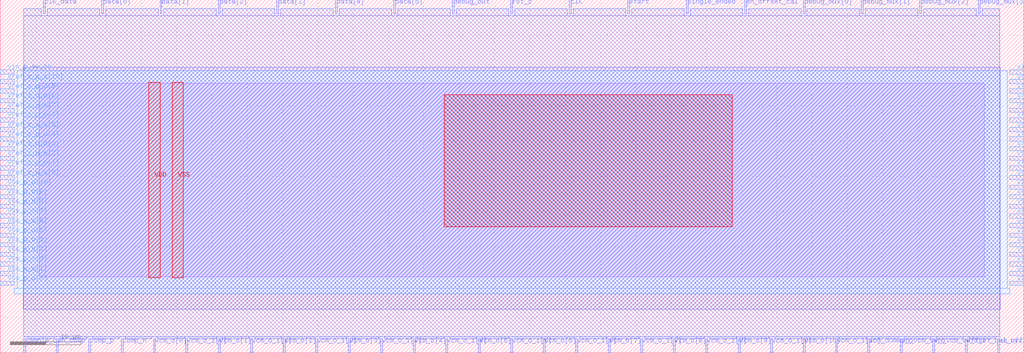
<source format=lef>
VERSION 5.7 ;
  NOWIREEXTENSIONATPIN ON ;
  DIVIDERCHAR "/" ;
  BUSBITCHARS "[]" ;
MACRO state_machine
  CLASS BLOCK ;
  FOREIGN state_machine ;
  ORIGIN 0.000 0.000 ;
  SIZE 145.000 BY 50.000 ;
  PIN VDD
    DIRECTION INOUT ;
    USE POWER ;
    PORT
      LAYER met4 ;
        RECT 21.040 10.640 22.640 38.320 ;
    END
  END VDD
  PIN VSS
    DIRECTION INOUT ;
    USE GROUND ;
    PORT
      LAYER met4 ;
        RECT 24.340 10.640 25.940 38.320 ;
    END
  END VSS
  PIN clk
    DIRECTION INPUT ;
    USE SIGNAL ;
    ANTENNAGATEAREA 0.196500 ;
    PORT
      LAYER met2 ;
        RECT 80.590 48.000 80.870 50.000 ;
    END
  END clk
  PIN clk_data
    DIRECTION OUTPUT ;
    USE SIGNAL ;
    ANTENNADIFFAREA 0.795200 ;
    PORT
      LAYER met2 ;
        RECT 6.070 48.000 6.350 50.000 ;
    END
  END clk_data
  PIN comp_n
    DIRECTION INPUT ;
    USE SIGNAL ;
    ANTENNAGATEAREA 0.196500 ;
    PORT
      LAYER met2 ;
        RECT 17.110 0.000 17.390 2.000 ;
    END
  END comp_n
  PIN comp_p
    DIRECTION INPUT ;
    USE SIGNAL ;
    ANTENNAGATEAREA 0.213000 ;
    PORT
      LAYER met2 ;
        RECT 12.510 0.000 12.790 2.000 ;
    END
  END comp_p
  PIN data[0]
    DIRECTION OUTPUT ;
    USE SIGNAL ;
    ANTENNADIFFAREA 0.795200 ;
    PORT
      LAYER met2 ;
        RECT 14.350 48.000 14.630 50.000 ;
    END
  END data[0]
  PIN data[1]
    DIRECTION OUTPUT ;
    USE SIGNAL ;
    ANTENNADIFFAREA 0.795200 ;
    PORT
      LAYER met2 ;
        RECT 22.630 48.000 22.910 50.000 ;
    END
  END data[1]
  PIN data[2]
    DIRECTION OUTPUT ;
    USE SIGNAL ;
    ANTENNADIFFAREA 0.795200 ;
    PORT
      LAYER met2 ;
        RECT 30.910 48.000 31.190 50.000 ;
    END
  END data[2]
  PIN data[3]
    DIRECTION OUTPUT ;
    USE SIGNAL ;
    ANTENNADIFFAREA 0.795200 ;
    PORT
      LAYER met2 ;
        RECT 39.190 48.000 39.470 50.000 ;
    END
  END data[3]
  PIN data[4]
    DIRECTION OUTPUT ;
    USE SIGNAL ;
    ANTENNADIFFAREA 0.795200 ;
    PORT
      LAYER met2 ;
        RECT 47.470 48.000 47.750 50.000 ;
    END
  END data[4]
  PIN data[5]
    DIRECTION OUTPUT ;
    USE SIGNAL ;
    ANTENNADIFFAREA 0.795200 ;
    PORT
      LAYER met2 ;
        RECT 55.750 48.000 56.030 50.000 ;
    END
  END data[5]
  PIN debug_mux[0]
    DIRECTION INPUT ;
    USE SIGNAL ;
    ANTENNAGATEAREA 0.213000 ;
    PORT
      LAYER met2 ;
        RECT 113.710 48.000 113.990 50.000 ;
    END
  END debug_mux[0]
  PIN debug_mux[1]
    DIRECTION INPUT ;
    USE SIGNAL ;
    ANTENNAGATEAREA 0.213000 ;
    PORT
      LAYER met2 ;
        RECT 121.990 48.000 122.270 50.000 ;
    END
  END debug_mux[1]
  PIN debug_mux[2]
    DIRECTION INPUT ;
    USE SIGNAL ;
    ANTENNAGATEAREA 0.196500 ;
    PORT
      LAYER met2 ;
        RECT 130.270 48.000 130.550 50.000 ;
    END
  END debug_mux[2]
  PIN debug_mux[3]
    DIRECTION INPUT ;
    USE SIGNAL ;
    ANTENNAGATEAREA 0.196500 ;
    PORT
      LAYER met2 ;
        RECT 138.550 48.000 138.830 50.000 ;
    END
  END debug_mux[3]
  PIN debug_out
    DIRECTION OUTPUT ;
    USE SIGNAL ;
    ANTENNADIFFAREA 0.795200 ;
    PORT
      LAYER met2 ;
        RECT 64.030 48.000 64.310 50.000 ;
    END
  END debug_out
  PIN en_comp
    DIRECTION OUTPUT ;
    USE SIGNAL ;
    ANTENNADIFFAREA 0.445500 ;
    PORT
      LAYER met2 ;
        RECT 7.910 0.000 8.190 2.000 ;
    END
  END en_comp
  PIN en_offset_cal
    DIRECTION INPUT ;
    USE SIGNAL ;
    ANTENNAGATEAREA 0.196500 ;
    PORT
      LAYER met2 ;
        RECT 105.430 48.000 105.710 50.000 ;
    END
  END en_offset_cal
  PIN en_offset_cal_o
    DIRECTION OUTPUT ;
    USE SIGNAL ;
    ANTENNADIFFAREA 0.795200 ;
    PORT
      LAYER met2 ;
        RECT 141.310 0.000 141.590 2.000 ;
    END
  END en_offset_cal_o
  PIN en_vcm_sw_o
    DIRECTION OUTPUT ;
    USE SIGNAL ;
    ANTENNADIFFAREA 0.445500 ;
    PORT
      LAYER met2 ;
        RECT 127.510 0.000 127.790 2.000 ;
    END
  END en_vcm_sw_o
  PIN en_vcm_sw_o_i
    DIRECTION INPUT ;
    USE SIGNAL ;
    ANTENNAGATEAREA 0.196500 ;
    PORT
      LAYER met2 ;
        RECT 132.110 0.000 132.390 2.000 ;
    END
  END en_vcm_sw_o_i
  PIN offset_cal_cycle
    DIRECTION OUTPUT ;
    USE SIGNAL ;
    ANTENNADIFFAREA 0.445500 ;
    PORT
      LAYER met2 ;
        RECT 136.710 0.000 136.990 2.000 ;
    END
  END offset_cal_cycle
  PIN rst_z
    DIRECTION INPUT ;
    USE SIGNAL ;
    ANTENNAGATEAREA 0.196500 ;
    PORT
      LAYER met2 ;
        RECT 72.310 48.000 72.590 50.000 ;
    END
  END rst_z
  PIN sample_o
    DIRECTION OUTPUT ;
    USE SIGNAL ;
    ANTENNADIFFAREA 0.795200 ;
    PORT
      LAYER met2 ;
        RECT 3.310 0.000 3.590 2.000 ;
    END
  END sample_o
  PIN single_ended
    DIRECTION INPUT ;
    USE SIGNAL ;
    ANTENNAGATEAREA 0.196500 ;
    PORT
      LAYER met2 ;
        RECT 97.150 48.000 97.430 50.000 ;
    END
  END single_ended
  PIN start
    DIRECTION INPUT ;
    USE SIGNAL ;
    ANTENNAGATEAREA 0.196500 ;
    PORT
      LAYER met2 ;
        RECT 88.870 48.000 89.150 50.000 ;
    END
  END start
  PIN vcm_dummy_o
    DIRECTION OUTPUT ;
    USE SIGNAL ;
    ANTENNADIFFAREA 0.445500 ;
    PORT
      LAYER met2 ;
        RECT 122.910 0.000 123.190 2.000 ;
    END
  END vcm_dummy_o
  PIN vcm_o[0]
    DIRECTION OUTPUT ;
    USE SIGNAL ;
    ANTENNADIFFAREA 0.445500 ;
    PORT
      LAYER met2 ;
        RECT 21.710 0.000 21.990 2.000 ;
    END
  END vcm_o[0]
  PIN vcm_o[10]
    DIRECTION OUTPUT ;
    USE SIGNAL ;
    ANTENNADIFFAREA 0.445500 ;
    PORT
      LAYER met2 ;
        RECT 113.710 0.000 113.990 2.000 ;
    END
  END vcm_o[10]
  PIN vcm_o[1]
    DIRECTION OUTPUT ;
    USE SIGNAL ;
    ANTENNADIFFAREA 0.445500 ;
    PORT
      LAYER met2 ;
        RECT 30.910 0.000 31.190 2.000 ;
    END
  END vcm_o[1]
  PIN vcm_o[2]
    DIRECTION OUTPUT ;
    USE SIGNAL ;
    ANTENNADIFFAREA 0.445500 ;
    PORT
      LAYER met2 ;
        RECT 40.110 0.000 40.390 2.000 ;
    END
  END vcm_o[2]
  PIN vcm_o[3]
    DIRECTION OUTPUT ;
    USE SIGNAL ;
    ANTENNADIFFAREA 0.445500 ;
    PORT
      LAYER met2 ;
        RECT 49.310 0.000 49.590 2.000 ;
    END
  END vcm_o[3]
  PIN vcm_o[4]
    DIRECTION OUTPUT ;
    USE SIGNAL ;
    ANTENNADIFFAREA 0.445500 ;
    PORT
      LAYER met2 ;
        RECT 58.510 0.000 58.790 2.000 ;
    END
  END vcm_o[4]
  PIN vcm_o[5]
    DIRECTION OUTPUT ;
    USE SIGNAL ;
    ANTENNADIFFAREA 0.445500 ;
    PORT
      LAYER met2 ;
        RECT 67.710 0.000 67.990 2.000 ;
    END
  END vcm_o[5]
  PIN vcm_o[6]
    DIRECTION OUTPUT ;
    USE SIGNAL ;
    ANTENNADIFFAREA 0.445500 ;
    PORT
      LAYER met2 ;
        RECT 76.910 0.000 77.190 2.000 ;
    END
  END vcm_o[6]
  PIN vcm_o[7]
    DIRECTION OUTPUT ;
    USE SIGNAL ;
    ANTENNADIFFAREA 0.445500 ;
    PORT
      LAYER met2 ;
        RECT 86.110 0.000 86.390 2.000 ;
    END
  END vcm_o[7]
  PIN vcm_o[8]
    DIRECTION OUTPUT ;
    USE SIGNAL ;
    ANTENNADIFFAREA 0.445500 ;
    PORT
      LAYER met2 ;
        RECT 95.310 0.000 95.590 2.000 ;
    END
  END vcm_o[8]
  PIN vcm_o[9]
    DIRECTION OUTPUT ;
    USE SIGNAL ;
    ANTENNADIFFAREA 0.445500 ;
    PORT
      LAYER met2 ;
        RECT 104.510 0.000 104.790 2.000 ;
    END
  END vcm_o[9]
  PIN vcm_o_i[0]
    DIRECTION INPUT ;
    USE SIGNAL ;
    ANTENNAGATEAREA 0.196500 ;
    PORT
      LAYER met2 ;
        RECT 26.310 0.000 26.590 2.000 ;
    END
  END vcm_o_i[0]
  PIN vcm_o_i[10]
    DIRECTION INPUT ;
    USE SIGNAL ;
    ANTENNAGATEAREA 0.196500 ;
    PORT
      LAYER met2 ;
        RECT 118.310 0.000 118.590 2.000 ;
    END
  END vcm_o_i[10]
  PIN vcm_o_i[1]
    DIRECTION INPUT ;
    USE SIGNAL ;
    ANTENNAGATEAREA 0.196500 ;
    PORT
      LAYER met2 ;
        RECT 35.510 0.000 35.790 2.000 ;
    END
  END vcm_o_i[1]
  PIN vcm_o_i[2]
    DIRECTION INPUT ;
    USE SIGNAL ;
    ANTENNAGATEAREA 0.196500 ;
    PORT
      LAYER met2 ;
        RECT 44.710 0.000 44.990 2.000 ;
    END
  END vcm_o_i[2]
  PIN vcm_o_i[3]
    DIRECTION INPUT ;
    USE SIGNAL ;
    ANTENNAGATEAREA 0.196500 ;
    PORT
      LAYER met2 ;
        RECT 53.910 0.000 54.190 2.000 ;
    END
  END vcm_o_i[3]
  PIN vcm_o_i[4]
    DIRECTION INPUT ;
    USE SIGNAL ;
    ANTENNAGATEAREA 0.196500 ;
    PORT
      LAYER met2 ;
        RECT 63.110 0.000 63.390 2.000 ;
    END
  END vcm_o_i[4]
  PIN vcm_o_i[5]
    DIRECTION INPUT ;
    USE SIGNAL ;
    ANTENNAGATEAREA 0.196500 ;
    PORT
      LAYER met2 ;
        RECT 72.310 0.000 72.590 2.000 ;
    END
  END vcm_o_i[5]
  PIN vcm_o_i[6]
    DIRECTION INPUT ;
    USE SIGNAL ;
    ANTENNAGATEAREA 0.196500 ;
    PORT
      LAYER met2 ;
        RECT 81.510 0.000 81.790 2.000 ;
    END
  END vcm_o_i[6]
  PIN vcm_o_i[7]
    DIRECTION INPUT ;
    USE SIGNAL ;
    ANTENNAGATEAREA 0.196500 ;
    PORT
      LAYER met2 ;
        RECT 90.710 0.000 90.990 2.000 ;
    END
  END vcm_o_i[7]
  PIN vcm_o_i[8]
    DIRECTION INPUT ;
    USE SIGNAL ;
    ANTENNAGATEAREA 0.196500 ;
    PORT
      LAYER met2 ;
        RECT 99.910 0.000 100.190 2.000 ;
    END
  END vcm_o_i[8]
  PIN vcm_o_i[9]
    DIRECTION INPUT ;
    USE SIGNAL ;
    ANTENNAGATEAREA 0.196500 ;
    PORT
      LAYER met2 ;
        RECT 109.110 0.000 109.390 2.000 ;
    END
  END vcm_o_i[9]
  PIN vin_n_sw_on
    DIRECTION INPUT ;
    USE SIGNAL ;
    ANTENNAGATEAREA 0.196500 ;
    PORT
      LAYER met3 ;
        RECT 143.000 39.480 145.000 40.080 ;
    END
  END vin_n_sw_on
  PIN vin_p_sw_on
    DIRECTION INPUT ;
    USE SIGNAL ;
    ANTENNAGATEAREA 0.196500 ;
    PORT
      LAYER met3 ;
        RECT 0.000 39.480 2.000 40.080 ;
    END
  END vin_p_sw_on
  PIN vref_z_n_o[0]
    DIRECTION OUTPUT ;
    USE SIGNAL ;
    ANTENNADIFFAREA 0.445500 ;
    PORT
      LAYER met3 ;
        RECT 143.000 24.520 145.000 25.120 ;
    END
  END vref_z_n_o[0]
  PIN vref_z_n_o[10]
    DIRECTION OUTPUT ;
    USE SIGNAL ;
    ANTENNADIFFAREA 0.445500 ;
    PORT
      LAYER met3 ;
        RECT 143.000 38.120 145.000 38.720 ;
    END
  END vref_z_n_o[10]
  PIN vref_z_n_o[1]
    DIRECTION OUTPUT ;
    USE SIGNAL ;
    ANTENNADIFFAREA 0.445500 ;
    PORT
      LAYER met3 ;
        RECT 143.000 25.880 145.000 26.480 ;
    END
  END vref_z_n_o[1]
  PIN vref_z_n_o[2]
    DIRECTION OUTPUT ;
    USE SIGNAL ;
    ANTENNADIFFAREA 0.445500 ;
    PORT
      LAYER met3 ;
        RECT 143.000 27.240 145.000 27.840 ;
    END
  END vref_z_n_o[2]
  PIN vref_z_n_o[3]
    DIRECTION OUTPUT ;
    USE SIGNAL ;
    ANTENNADIFFAREA 0.445500 ;
    PORT
      LAYER met3 ;
        RECT 143.000 28.600 145.000 29.200 ;
    END
  END vref_z_n_o[3]
  PIN vref_z_n_o[4]
    DIRECTION OUTPUT ;
    USE SIGNAL ;
    ANTENNADIFFAREA 0.445500 ;
    PORT
      LAYER met3 ;
        RECT 143.000 29.960 145.000 30.560 ;
    END
  END vref_z_n_o[4]
  PIN vref_z_n_o[5]
    DIRECTION OUTPUT ;
    USE SIGNAL ;
    ANTENNADIFFAREA 0.445500 ;
    PORT
      LAYER met3 ;
        RECT 143.000 31.320 145.000 31.920 ;
    END
  END vref_z_n_o[5]
  PIN vref_z_n_o[6]
    DIRECTION OUTPUT ;
    USE SIGNAL ;
    ANTENNADIFFAREA 0.445500 ;
    PORT
      LAYER met3 ;
        RECT 143.000 32.680 145.000 33.280 ;
    END
  END vref_z_n_o[6]
  PIN vref_z_n_o[7]
    DIRECTION OUTPUT ;
    USE SIGNAL ;
    ANTENNADIFFAREA 0.445500 ;
    PORT
      LAYER met3 ;
        RECT 143.000 34.040 145.000 34.640 ;
    END
  END vref_z_n_o[7]
  PIN vref_z_n_o[8]
    DIRECTION OUTPUT ;
    USE SIGNAL ;
    ANTENNADIFFAREA 0.445500 ;
    PORT
      LAYER met3 ;
        RECT 143.000 35.400 145.000 36.000 ;
    END
  END vref_z_n_o[8]
  PIN vref_z_n_o[9]
    DIRECTION OUTPUT ;
    USE SIGNAL ;
    ANTENNADIFFAREA 0.445500 ;
    PORT
      LAYER met3 ;
        RECT 143.000 36.760 145.000 37.360 ;
    END
  END vref_z_n_o[9]
  PIN vref_z_p_o[0]
    DIRECTION OUTPUT ;
    USE SIGNAL ;
    ANTENNADIFFAREA 0.445500 ;
    PORT
      LAYER met3 ;
        RECT 0.000 24.520 2.000 25.120 ;
    END
  END vref_z_p_o[0]
  PIN vref_z_p_o[10]
    DIRECTION OUTPUT ;
    USE SIGNAL ;
    ANTENNADIFFAREA 0.445500 ;
    PORT
      LAYER met3 ;
        RECT 0.000 38.120 2.000 38.720 ;
    END
  END vref_z_p_o[10]
  PIN vref_z_p_o[1]
    DIRECTION OUTPUT ;
    USE SIGNAL ;
    ANTENNADIFFAREA 0.445500 ;
    PORT
      LAYER met3 ;
        RECT 0.000 25.880 2.000 26.480 ;
    END
  END vref_z_p_o[1]
  PIN vref_z_p_o[2]
    DIRECTION OUTPUT ;
    USE SIGNAL ;
    ANTENNADIFFAREA 0.445500 ;
    PORT
      LAYER met3 ;
        RECT 0.000 27.240 2.000 27.840 ;
    END
  END vref_z_p_o[2]
  PIN vref_z_p_o[3]
    DIRECTION OUTPUT ;
    USE SIGNAL ;
    ANTENNADIFFAREA 0.445500 ;
    PORT
      LAYER met3 ;
        RECT 0.000 28.600 2.000 29.200 ;
    END
  END vref_z_p_o[3]
  PIN vref_z_p_o[4]
    DIRECTION OUTPUT ;
    USE SIGNAL ;
    ANTENNADIFFAREA 0.445500 ;
    PORT
      LAYER met3 ;
        RECT 0.000 29.960 2.000 30.560 ;
    END
  END vref_z_p_o[4]
  PIN vref_z_p_o[5]
    DIRECTION OUTPUT ;
    USE SIGNAL ;
    ANTENNADIFFAREA 0.445500 ;
    PORT
      LAYER met3 ;
        RECT 0.000 31.320 2.000 31.920 ;
    END
  END vref_z_p_o[5]
  PIN vref_z_p_o[6]
    DIRECTION OUTPUT ;
    USE SIGNAL ;
    ANTENNADIFFAREA 0.445500 ;
    PORT
      LAYER met3 ;
        RECT 0.000 32.680 2.000 33.280 ;
    END
  END vref_z_p_o[6]
  PIN vref_z_p_o[7]
    DIRECTION OUTPUT ;
    USE SIGNAL ;
    ANTENNADIFFAREA 0.445500 ;
    PORT
      LAYER met3 ;
        RECT 0.000 34.040 2.000 34.640 ;
    END
  END vref_z_p_o[7]
  PIN vref_z_p_o[8]
    DIRECTION OUTPUT ;
    USE SIGNAL ;
    ANTENNADIFFAREA 0.445500 ;
    PORT
      LAYER met3 ;
        RECT 0.000 35.400 2.000 36.000 ;
    END
  END vref_z_p_o[8]
  PIN vref_z_p_o[9]
    DIRECTION OUTPUT ;
    USE SIGNAL ;
    ANTENNADIFFAREA 0.445500 ;
    PORT
      LAYER met3 ;
        RECT 0.000 36.760 2.000 37.360 ;
    END
  END vref_z_p_o[9]
  PIN vss_n_o[0]
    DIRECTION OUTPUT ;
    USE SIGNAL ;
    ANTENNADIFFAREA 0.445500 ;
    PORT
      LAYER met3 ;
        RECT 143.000 9.560 145.000 10.160 ;
    END
  END vss_n_o[0]
  PIN vss_n_o[10]
    DIRECTION OUTPUT ;
    USE SIGNAL ;
    ANTENNADIFFAREA 0.445500 ;
    PORT
      LAYER met3 ;
        RECT 143.000 23.160 145.000 23.760 ;
    END
  END vss_n_o[10]
  PIN vss_n_o[1]
    DIRECTION OUTPUT ;
    USE SIGNAL ;
    ANTENNADIFFAREA 0.445500 ;
    PORT
      LAYER met3 ;
        RECT 143.000 10.920 145.000 11.520 ;
    END
  END vss_n_o[1]
  PIN vss_n_o[2]
    DIRECTION OUTPUT ;
    USE SIGNAL ;
    ANTENNADIFFAREA 0.445500 ;
    PORT
      LAYER met3 ;
        RECT 143.000 12.280 145.000 12.880 ;
    END
  END vss_n_o[2]
  PIN vss_n_o[3]
    DIRECTION OUTPUT ;
    USE SIGNAL ;
    ANTENNADIFFAREA 0.445500 ;
    PORT
      LAYER met3 ;
        RECT 143.000 13.640 145.000 14.240 ;
    END
  END vss_n_o[3]
  PIN vss_n_o[4]
    DIRECTION OUTPUT ;
    USE SIGNAL ;
    ANTENNADIFFAREA 0.445500 ;
    PORT
      LAYER met3 ;
        RECT 143.000 15.000 145.000 15.600 ;
    END
  END vss_n_o[4]
  PIN vss_n_o[5]
    DIRECTION OUTPUT ;
    USE SIGNAL ;
    ANTENNADIFFAREA 0.445500 ;
    PORT
      LAYER met3 ;
        RECT 143.000 16.360 145.000 16.960 ;
    END
  END vss_n_o[5]
  PIN vss_n_o[6]
    DIRECTION OUTPUT ;
    USE SIGNAL ;
    ANTENNADIFFAREA 0.445500 ;
    PORT
      LAYER met3 ;
        RECT 143.000 17.720 145.000 18.320 ;
    END
  END vss_n_o[6]
  PIN vss_n_o[7]
    DIRECTION OUTPUT ;
    USE SIGNAL ;
    ANTENNADIFFAREA 0.445500 ;
    PORT
      LAYER met3 ;
        RECT 143.000 19.080 145.000 19.680 ;
    END
  END vss_n_o[7]
  PIN vss_n_o[8]
    DIRECTION OUTPUT ;
    USE SIGNAL ;
    ANTENNADIFFAREA 0.445500 ;
    PORT
      LAYER met3 ;
        RECT 143.000 20.440 145.000 21.040 ;
    END
  END vss_n_o[8]
  PIN vss_n_o[9]
    DIRECTION OUTPUT ;
    USE SIGNAL ;
    ANTENNADIFFAREA 0.445500 ;
    PORT
      LAYER met3 ;
        RECT 143.000 21.800 145.000 22.400 ;
    END
  END vss_n_o[9]
  PIN vss_p_o[0]
    DIRECTION OUTPUT ;
    USE SIGNAL ;
    ANTENNADIFFAREA 0.445500 ;
    PORT
      LAYER met3 ;
        RECT 0.000 9.560 2.000 10.160 ;
    END
  END vss_p_o[0]
  PIN vss_p_o[10]
    DIRECTION OUTPUT ;
    USE SIGNAL ;
    ANTENNADIFFAREA 0.445500 ;
    PORT
      LAYER met3 ;
        RECT 0.000 23.160 2.000 23.760 ;
    END
  END vss_p_o[10]
  PIN vss_p_o[1]
    DIRECTION OUTPUT ;
    USE SIGNAL ;
    ANTENNADIFFAREA 0.445500 ;
    PORT
      LAYER met3 ;
        RECT 0.000 10.920 2.000 11.520 ;
    END
  END vss_p_o[1]
  PIN vss_p_o[2]
    DIRECTION OUTPUT ;
    USE SIGNAL ;
    ANTENNADIFFAREA 0.445500 ;
    PORT
      LAYER met3 ;
        RECT 0.000 12.280 2.000 12.880 ;
    END
  END vss_p_o[2]
  PIN vss_p_o[3]
    DIRECTION OUTPUT ;
    USE SIGNAL ;
    ANTENNADIFFAREA 0.445500 ;
    PORT
      LAYER met3 ;
        RECT 0.000 13.640 2.000 14.240 ;
    END
  END vss_p_o[3]
  PIN vss_p_o[4]
    DIRECTION OUTPUT ;
    USE SIGNAL ;
    ANTENNADIFFAREA 0.445500 ;
    PORT
      LAYER met3 ;
        RECT 0.000 15.000 2.000 15.600 ;
    END
  END vss_p_o[4]
  PIN vss_p_o[5]
    DIRECTION OUTPUT ;
    USE SIGNAL ;
    ANTENNADIFFAREA 0.445500 ;
    PORT
      LAYER met3 ;
        RECT 0.000 16.360 2.000 16.960 ;
    END
  END vss_p_o[5]
  PIN vss_p_o[6]
    DIRECTION OUTPUT ;
    USE SIGNAL ;
    ANTENNADIFFAREA 0.445500 ;
    PORT
      LAYER met3 ;
        RECT 0.000 17.720 2.000 18.320 ;
    END
  END vss_p_o[6]
  PIN vss_p_o[7]
    DIRECTION OUTPUT ;
    USE SIGNAL ;
    ANTENNADIFFAREA 0.445500 ;
    PORT
      LAYER met3 ;
        RECT 0.000 19.080 2.000 19.680 ;
    END
  END vss_p_o[7]
  PIN vss_p_o[8]
    DIRECTION OUTPUT ;
    USE SIGNAL ;
    ANTENNADIFFAREA 0.445500 ;
    PORT
      LAYER met3 ;
        RECT 0.000 20.440 2.000 21.040 ;
    END
  END vss_p_o[8]
  PIN vss_p_o[9]
    DIRECTION OUTPUT ;
    USE SIGNAL ;
    ANTENNADIFFAREA 0.445500 ;
    PORT
      LAYER met3 ;
        RECT 0.000 21.800 2.000 22.400 ;
    END
  END vss_p_o[9]
  OBS
      LAYER li1 ;
        RECT 5.520 10.795 139.380 38.165 ;
      LAYER met1 ;
        RECT 3.290 6.160 141.610 40.420 ;
      LAYER met2 ;
        RECT 3.320 47.720 5.790 48.690 ;
        RECT 6.630 47.720 14.070 48.690 ;
        RECT 14.910 47.720 22.350 48.690 ;
        RECT 23.190 47.720 30.630 48.690 ;
        RECT 31.470 47.720 38.910 48.690 ;
        RECT 39.750 47.720 47.190 48.690 ;
        RECT 48.030 47.720 55.470 48.690 ;
        RECT 56.310 47.720 63.750 48.690 ;
        RECT 64.590 47.720 72.030 48.690 ;
        RECT 72.870 47.720 80.310 48.690 ;
        RECT 81.150 47.720 88.590 48.690 ;
        RECT 89.430 47.720 96.870 48.690 ;
        RECT 97.710 47.720 105.150 48.690 ;
        RECT 105.990 47.720 113.430 48.690 ;
        RECT 114.270 47.720 121.710 48.690 ;
        RECT 122.550 47.720 129.990 48.690 ;
        RECT 130.830 47.720 138.270 48.690 ;
        RECT 139.110 47.720 141.580 48.690 ;
        RECT 3.320 2.280 141.580 47.720 ;
        RECT 3.870 2.000 7.630 2.280 ;
        RECT 8.470 2.000 12.230 2.280 ;
        RECT 13.070 2.000 16.830 2.280 ;
        RECT 17.670 2.000 21.430 2.280 ;
        RECT 22.270 2.000 26.030 2.280 ;
        RECT 26.870 2.000 30.630 2.280 ;
        RECT 31.470 2.000 35.230 2.280 ;
        RECT 36.070 2.000 39.830 2.280 ;
        RECT 40.670 2.000 44.430 2.280 ;
        RECT 45.270 2.000 49.030 2.280 ;
        RECT 49.870 2.000 53.630 2.280 ;
        RECT 54.470 2.000 58.230 2.280 ;
        RECT 59.070 2.000 62.830 2.280 ;
        RECT 63.670 2.000 67.430 2.280 ;
        RECT 68.270 2.000 72.030 2.280 ;
        RECT 72.870 2.000 76.630 2.280 ;
        RECT 77.470 2.000 81.230 2.280 ;
        RECT 82.070 2.000 85.830 2.280 ;
        RECT 86.670 2.000 90.430 2.280 ;
        RECT 91.270 2.000 95.030 2.280 ;
        RECT 95.870 2.000 99.630 2.280 ;
        RECT 100.470 2.000 104.230 2.280 ;
        RECT 105.070 2.000 108.830 2.280 ;
        RECT 109.670 2.000 113.430 2.280 ;
        RECT 114.270 2.000 118.030 2.280 ;
        RECT 118.870 2.000 122.630 2.280 ;
        RECT 123.470 2.000 127.230 2.280 ;
        RECT 128.070 2.000 131.830 2.280 ;
        RECT 132.670 2.000 136.430 2.280 ;
        RECT 137.270 2.000 141.030 2.280 ;
      LAYER met3 ;
        RECT 2.400 9.160 142.600 39.945 ;
        RECT 2.000 8.335 143.000 9.160 ;
      LAYER met4 ;
        RECT 62.855 17.855 103.665 36.545 ;
  END
END state_machine
END LIBRARY


</source>
